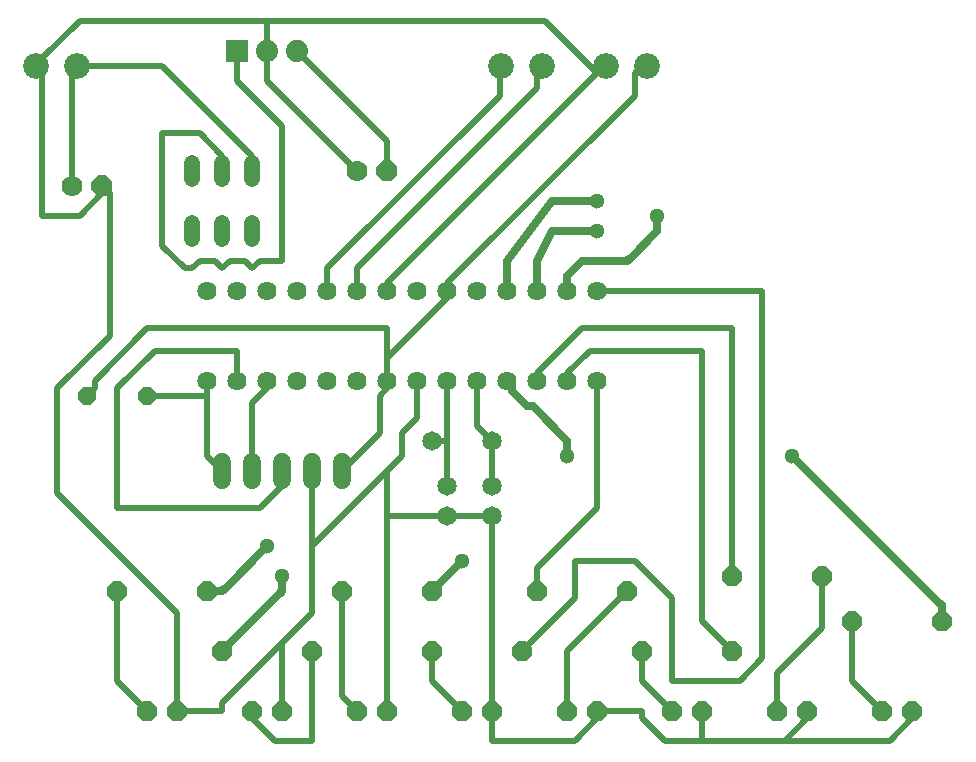
<source format=gbr>
G04 EAGLE Gerber X2 export*
%TF.Part,Single*%
%TF.FileFunction,Copper,L2,Bot,Mixed*%
%TF.FilePolarity,Positive*%
%TF.GenerationSoftware,Autodesk,EAGLE,9.0.1*%
%TF.CreationDate,2018-06-12T07:54:52Z*%
G75*
%MOMM*%
%FSLAX34Y34*%
%LPD*%
%AMOC8*
5,1,8,0,0,1.08239X$1,22.5*%
G01*
%ADD10C,1.651000*%
%ADD11C,2.184400*%
%ADD12P,1.814519X8X22.500000*%
%ADD13P,1.649562X8X22.500000*%
%ADD14P,1.814519X8X202.500000*%
%ADD15C,1.320800*%
%ADD16C,1.524000*%
%ADD17C,1.625600*%
%ADD18R,1.879600X1.879600*%
%ADD19C,1.879600*%
%ADD20P,1.924489X8X22.500000*%
%ADD21C,1.778000*%
%ADD22C,0.500000*%
%ADD23C,0.635000*%
%ADD24C,1.300000*%


D10*
X584200Y393700D03*
X584200Y368300D03*
X546100Y393700D03*
X546100Y368300D03*
D11*
X197900Y749300D03*
X232900Y749300D03*
X680500Y749300D03*
X715500Y749300D03*
X591600Y749300D03*
X626600Y749300D03*
D12*
X914400Y203200D03*
X939800Y203200D03*
X825500Y203200D03*
X850900Y203200D03*
X736600Y203200D03*
X762000Y203200D03*
X647700Y203200D03*
X673100Y203200D03*
X558800Y203200D03*
X584200Y203200D03*
X469900Y203200D03*
X495300Y203200D03*
X381000Y203200D03*
X406400Y203200D03*
X292100Y203200D03*
X317500Y203200D03*
D13*
X241300Y469900D03*
X292100Y469900D03*
D14*
X342900Y304800D03*
X266700Y304800D03*
X965200Y279400D03*
X889000Y279400D03*
D12*
X787400Y317500D03*
X863600Y317500D03*
D14*
X787400Y254000D03*
X711200Y254000D03*
D12*
X622300Y304800D03*
X698500Y304800D03*
D14*
X609600Y254000D03*
X533400Y254000D03*
X533400Y304800D03*
X457200Y304800D03*
D12*
X355600Y254000D03*
X431800Y254000D03*
D15*
X355600Y653796D02*
X355600Y667004D01*
X330200Y667004D02*
X330200Y653796D01*
X381000Y653796D02*
X381000Y667004D01*
X330200Y616204D02*
X330200Y602996D01*
X355600Y602996D02*
X355600Y616204D01*
X381000Y616204D02*
X381000Y602996D01*
D16*
X355600Y414020D02*
X355600Y398780D01*
X381000Y398780D02*
X381000Y414020D01*
X406400Y414020D02*
X406400Y398780D01*
X431800Y398780D02*
X431800Y414020D01*
X457200Y414020D02*
X457200Y398780D01*
D17*
X342900Y482600D03*
X368300Y482600D03*
X393700Y482600D03*
X419100Y482600D03*
X444500Y482600D03*
X469900Y482600D03*
X495300Y482600D03*
X520700Y482600D03*
X546100Y482600D03*
X571500Y482600D03*
X596900Y482600D03*
X622300Y482600D03*
X647700Y482600D03*
X673100Y482600D03*
X673100Y558800D03*
X647700Y558800D03*
X622300Y558800D03*
X596900Y558800D03*
X571500Y558800D03*
X546100Y558800D03*
X520700Y558800D03*
X495300Y558800D03*
X469900Y558800D03*
X444500Y558800D03*
X419100Y558800D03*
X393700Y558800D03*
X368300Y558800D03*
X342900Y558800D03*
D18*
X368300Y762000D03*
D19*
X393700Y762000D03*
X419100Y762000D03*
D10*
X533400Y431800D03*
X584200Y431800D03*
D20*
X254000Y647700D03*
D21*
X228600Y647700D03*
D20*
X495300Y660400D03*
D21*
X469900Y660400D03*
D22*
X342900Y469900D02*
X292100Y469900D01*
X342900Y469900D02*
X342900Y482600D01*
X342900Y419100D02*
X355600Y406400D01*
X342900Y419100D02*
X342900Y469900D01*
X546100Y431800D02*
X546100Y393700D01*
X546100Y431800D02*
X546100Y482600D01*
X546100Y431800D02*
X533400Y431800D01*
X571500Y444500D02*
X571500Y482600D01*
X571500Y444500D02*
X584200Y431800D01*
X584200Y393700D01*
X495300Y558800D02*
X495300Y565150D01*
X673100Y742950D02*
X679450Y749300D01*
X673100Y742950D02*
X495300Y565150D01*
X679450Y749300D02*
X680500Y749300D01*
X254000Y647700D02*
X254000Y641350D01*
X234950Y622300D01*
X203200Y622300D01*
X203200Y749300D01*
X393700Y736600D02*
X469900Y660400D01*
X393700Y736600D02*
X393700Y762000D01*
X203200Y755650D02*
X203200Y749300D01*
X203200Y755650D02*
X234950Y787400D01*
X393700Y787400D01*
X393700Y762000D01*
X203200Y749300D02*
X197900Y749300D01*
X628650Y787400D02*
X673100Y742950D01*
X628650Y787400D02*
X393700Y787400D01*
X673100Y742950D02*
X680500Y749300D01*
X673100Y203200D02*
X711200Y203200D01*
X711200Y196850D01*
X730250Y177800D01*
X762000Y177800D01*
X762000Y203200D01*
X850900Y203200D02*
X850900Y196850D01*
X831850Y177800D01*
X762000Y177800D01*
X939800Y196850D02*
X939800Y203200D01*
X939800Y196850D02*
X920750Y177800D01*
X831850Y177800D01*
X584200Y368300D02*
X546100Y368300D01*
X584200Y368300D02*
X584200Y203200D01*
X431800Y285750D02*
X431800Y342900D01*
X431800Y406400D01*
X431800Y285750D02*
X406400Y260350D01*
X406400Y203200D01*
X520700Y450850D02*
X520700Y482600D01*
X520700Y450850D02*
X508000Y438150D01*
X508000Y419100D01*
X495300Y406400D02*
X431800Y342900D01*
X495300Y406400D02*
X508000Y419100D01*
X355600Y203200D02*
X317500Y203200D01*
X355600Y203200D02*
X355600Y209550D01*
X406400Y260350D01*
X495300Y368300D02*
X495300Y406400D01*
X495300Y368300D02*
X495300Y203200D01*
X495300Y368300D02*
X546100Y368300D01*
X673100Y203200D02*
X673100Y196850D01*
X654050Y177800D01*
X584200Y177800D01*
X584200Y203200D01*
X260350Y641350D02*
X254000Y647700D01*
X260350Y641350D02*
X260350Y520700D01*
X215900Y476250D01*
X215900Y387350D01*
X317500Y285750D01*
X317500Y203200D01*
X381000Y660400D02*
X381000Y673100D01*
X304800Y749300D01*
X232900Y749300D01*
X228600Y749300D02*
X228600Y647700D01*
X228600Y749300D02*
X232900Y749300D01*
X488950Y438150D02*
X457200Y406400D01*
X488950Y438150D02*
X488950Y469900D01*
X495300Y476250D01*
X495300Y482600D01*
X247650Y476250D02*
X241300Y469900D01*
X247650Y476250D02*
X247650Y482600D01*
X292100Y527050D01*
X495300Y527050D01*
X495300Y501650D02*
X495300Y482600D01*
X495300Y501650D02*
X495300Y527050D01*
X546100Y552450D02*
X546100Y558800D01*
X546100Y552450D02*
X495300Y501650D01*
X704850Y742950D02*
X711200Y749300D01*
X704850Y742950D02*
X704850Y723900D01*
X546100Y565150D01*
X546100Y558800D01*
X711200Y749300D02*
X715500Y749300D01*
X406400Y406400D02*
X406400Y393700D01*
X387350Y374650D01*
X266700Y374650D01*
X266700Y476250D01*
X298450Y508000D01*
X368300Y508000D01*
X368300Y482600D01*
X381000Y463550D02*
X381000Y406400D01*
X381000Y463550D02*
X393700Y476250D01*
X393700Y482600D01*
D23*
X647700Y431800D02*
X647700Y419100D01*
X600997Y478503D02*
X596900Y482600D01*
X600997Y478503D02*
X600997Y473776D01*
X613476Y461297D01*
X618203Y461297D01*
X647700Y431800D01*
X965200Y289470D02*
X965200Y279400D01*
X965200Y289470D02*
X965198Y289626D01*
X965192Y289782D01*
X965183Y289937D01*
X965169Y290092D01*
X965152Y290247D01*
X965131Y290402D01*
X965107Y290556D01*
X965078Y290709D01*
X965046Y290861D01*
X965010Y291013D01*
X964970Y291164D01*
X964927Y291313D01*
X964880Y291462D01*
X964829Y291609D01*
X964775Y291755D01*
X964717Y291900D01*
X964655Y292043D01*
X964590Y292185D01*
X964522Y292325D01*
X964450Y292463D01*
X964375Y292600D01*
X964297Y292735D01*
X964215Y292867D01*
X964130Y292998D01*
X964042Y293126D01*
X963950Y293253D01*
X963856Y293377D01*
X963759Y293498D01*
X963658Y293618D01*
X963555Y293734D01*
X963449Y293849D01*
X963340Y293960D01*
X838200Y419100D01*
D24*
X647700Y419100D03*
X838200Y419100D03*
D22*
X622300Y482600D02*
X622300Y488950D01*
X660400Y527050D01*
X787400Y527050D01*
X787400Y317500D01*
X647700Y482600D02*
X647700Y488950D01*
X666750Y508000D01*
X762000Y508000D01*
X762000Y279400D01*
X787400Y254000D01*
X673100Y374650D02*
X673100Y482600D01*
X673100Y374650D02*
X622300Y323850D01*
X622300Y304800D01*
X673100Y558800D02*
X812800Y558800D01*
X812800Y247650D01*
X793750Y228600D01*
X736600Y228600D01*
X736600Y298450D01*
X704850Y330200D01*
X654050Y330200D01*
X654050Y298450D01*
X609600Y254000D01*
D23*
X533400Y304800D02*
X558800Y330200D01*
X695870Y584200D02*
X696026Y584202D01*
X696182Y584208D01*
X696337Y584217D01*
X696492Y584231D01*
X696647Y584248D01*
X696802Y584269D01*
X696956Y584293D01*
X697109Y584322D01*
X697261Y584354D01*
X697413Y584390D01*
X697564Y584430D01*
X697713Y584473D01*
X697862Y584520D01*
X698009Y584571D01*
X698155Y584625D01*
X698300Y584683D01*
X698443Y584745D01*
X698585Y584810D01*
X698725Y584878D01*
X698863Y584950D01*
X699000Y585025D01*
X699135Y585103D01*
X699267Y585185D01*
X699398Y585270D01*
X699526Y585358D01*
X699653Y585450D01*
X699777Y585544D01*
X699898Y585641D01*
X700018Y585742D01*
X700134Y585845D01*
X700249Y585951D01*
X700360Y586060D01*
X723900Y609600D01*
X723900Y622300D01*
X647700Y571500D02*
X647700Y558800D01*
X647700Y571500D02*
X660400Y584200D01*
X695870Y584200D01*
D24*
X723900Y622300D03*
X558800Y330200D03*
D23*
X404540Y302940D02*
X355600Y254000D01*
X404540Y302940D02*
X404649Y303051D01*
X404755Y303166D01*
X404858Y303282D01*
X404959Y303402D01*
X405056Y303523D01*
X405150Y303647D01*
X405242Y303774D01*
X405330Y303902D01*
X405415Y304033D01*
X405497Y304165D01*
X405575Y304300D01*
X405650Y304437D01*
X405722Y304575D01*
X405790Y304715D01*
X405855Y304857D01*
X405917Y305000D01*
X405975Y305145D01*
X406029Y305291D01*
X406080Y305438D01*
X406127Y305587D01*
X406170Y305736D01*
X406210Y305887D01*
X406246Y306039D01*
X406278Y306191D01*
X406307Y306344D01*
X406331Y306498D01*
X406352Y306653D01*
X406369Y306808D01*
X406383Y306963D01*
X406392Y307118D01*
X406398Y307274D01*
X406400Y307430D01*
X406400Y317500D01*
X622300Y558800D02*
X622300Y584200D01*
X635000Y609600D01*
X673100Y609600D01*
D24*
X673100Y609600D03*
X406400Y317500D03*
D23*
X352970Y304800D02*
X342900Y304800D01*
X352970Y304800D02*
X353126Y304802D01*
X353282Y304808D01*
X353437Y304817D01*
X353592Y304831D01*
X353747Y304848D01*
X353902Y304869D01*
X354056Y304893D01*
X354209Y304922D01*
X354361Y304954D01*
X354513Y304990D01*
X354664Y305030D01*
X354813Y305073D01*
X354962Y305120D01*
X355109Y305171D01*
X355255Y305225D01*
X355400Y305283D01*
X355543Y305345D01*
X355685Y305410D01*
X355825Y305478D01*
X355963Y305550D01*
X356100Y305625D01*
X356235Y305703D01*
X356367Y305785D01*
X356498Y305870D01*
X356626Y305958D01*
X356753Y306050D01*
X356877Y306144D01*
X356998Y306241D01*
X357118Y306342D01*
X357234Y306445D01*
X357349Y306551D01*
X357460Y306660D01*
X393700Y342900D01*
X596900Y558800D02*
X596900Y584200D01*
X635000Y635000D01*
X673100Y635000D01*
D24*
X673100Y635000D03*
X393700Y342900D03*
D22*
X889000Y228600D02*
X914400Y203200D01*
X889000Y228600D02*
X889000Y279400D01*
X825500Y234950D02*
X825500Y203200D01*
X825500Y234950D02*
X863600Y273050D01*
X863600Y317500D01*
X736600Y203200D02*
X711200Y228600D01*
X711200Y254000D01*
X647700Y254000D02*
X647700Y203200D01*
X647700Y254000D02*
X698500Y304800D01*
X558800Y203200D02*
X533400Y228600D01*
X533400Y254000D01*
X469900Y203200D02*
X457200Y215900D01*
X457200Y304800D01*
X381000Y203200D02*
X381000Y196850D01*
X400050Y177800D01*
X431800Y177800D01*
X431800Y254000D01*
X292100Y203200D02*
X266700Y228600D01*
X266700Y304800D01*
X469900Y558800D02*
X469900Y577850D01*
X622300Y730250D01*
X622300Y749300D01*
X626600Y749300D01*
X444500Y577850D02*
X444500Y558800D01*
X444500Y577850D02*
X590550Y723900D01*
X590550Y749300D01*
X591600Y749300D01*
X495300Y685800D02*
X495300Y660400D01*
X495300Y685800D02*
X419100Y762000D01*
X355600Y673100D02*
X355600Y660400D01*
X355600Y673100D02*
X336550Y692150D01*
X304800Y692150D01*
X304800Y596900D01*
X323850Y577850D01*
X330200Y577850D01*
X336550Y584200D01*
X349250Y584200D01*
X355600Y577850D01*
X361950Y584200D01*
X374650Y584200D01*
X381000Y577850D01*
X387350Y584200D01*
X406400Y584200D01*
X406400Y698500D01*
X368300Y736600D01*
X368300Y762000D01*
M02*

</source>
